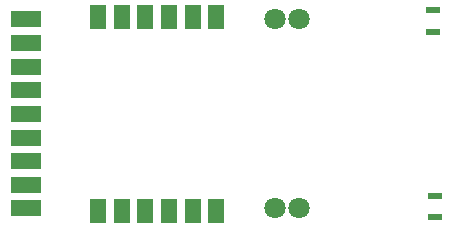
<source format=gtp>
G04*
G04 #@! TF.GenerationSoftware,Altium Limited,Altium Designer,21.4.1 (30)*
G04*
G04 Layer_Color=8421504*
%FSLAX44Y44*%
%MOMM*%
G71*
G04*
G04 #@! TF.SameCoordinates,1B399950-D3B7-4EFA-8D0F-ABCAEF693611*
G04*
G04*
G04 #@! TF.FilePolarity,Positive*
G04*
G01*
G75*
%ADD15C,1.8000*%
%ADD16R,1.4000X2.0000*%
%ADD17R,2.6000X1.4000*%
%ADD18R,1.2500X0.6000*%
D15*
X245270Y225020D02*
D03*
X265270D02*
D03*
X245270Y65020D02*
D03*
X265270D02*
D03*
D16*
X95270Y227020D02*
D03*
X195270D02*
D03*
X175270D02*
D03*
X155270D02*
D03*
X135270D02*
D03*
X115270D02*
D03*
X95270Y63020D02*
D03*
X195270D02*
D03*
X175270D02*
D03*
X155270D02*
D03*
X135270D02*
D03*
X115270D02*
D03*
D17*
X34270Y225020D02*
D03*
Y205020D02*
D03*
Y185020D02*
D03*
Y165020D02*
D03*
Y125020D02*
D03*
Y105020D02*
D03*
Y85020D02*
D03*
Y65020D02*
D03*
Y145020D02*
D03*
D18*
X379000Y232750D02*
D03*
Y214750D02*
D03*
X380250Y75750D02*
D03*
Y57750D02*
D03*
M02*

</source>
